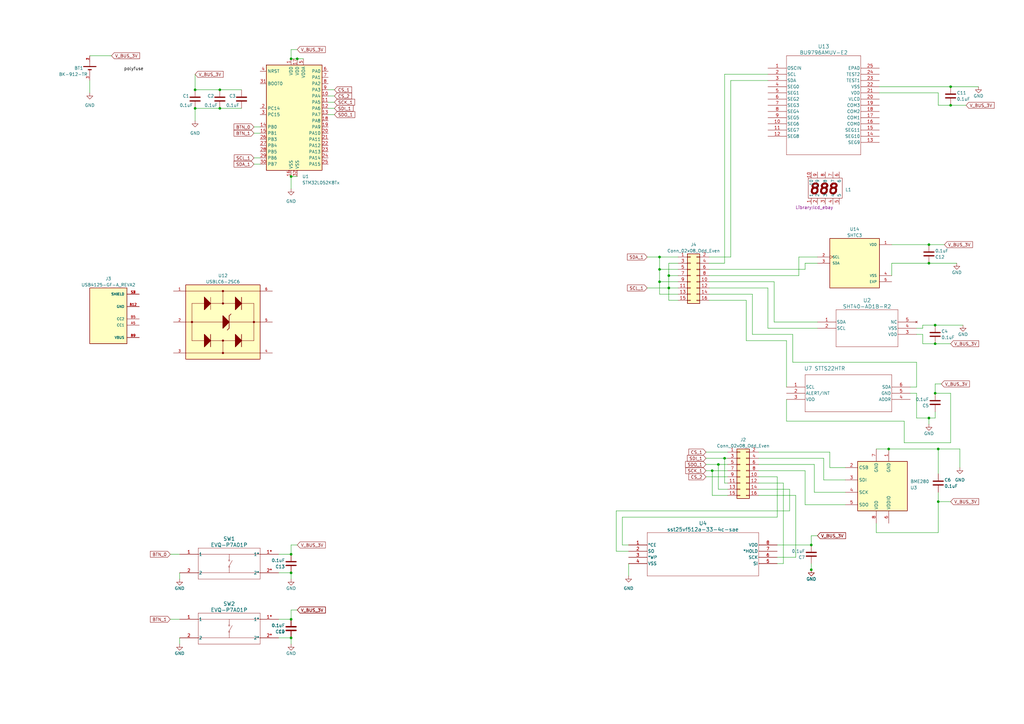
<source format=kicad_sch>
(kicad_sch (version 20230121) (generator eeschema)
  (paper "A3")
  (lib_symbols
    (symbol "BK-912-TR:BK-912-TR" (pin_names (offset 1.016))
      (property "Reference" "BT" (at -1.27 3.175 0))
      (property "Value" "BK-912-TR" (at -1.27 -5.08 0))
      (symbol "BK-912-TR_0_0"
        (polyline (pts (xy -2.54 0) (xy -0.635 0)) (stroke (width 0.1524)))
        (polyline (pts (xy -0.635 0) (xy -0.635 -0.635)) (stroke (width 0.4064)))
        (polyline (pts (xy -0.635 0.635) (xy -0.635 0)) (stroke (width 0.4064)))
        (polyline (pts (xy 0.635 0) (xy 0.635 -2.54)) (stroke (width 0.4064)))
        (polyline (pts (xy 0.635 0) (xy 2.54 0)) (stroke (width 0.1524)))
        (polyline (pts (xy 0.635 2.54) (xy 0.635 0)) (stroke (width 0.4064)))
        (pin passive line (at 5.08 0 180) (length 2.54) (name "~") (number "1"))
        (pin passive line (at 5.08 0 180) (length 2.54) (name "~") (number "2"))
        (pin passive line (at -5.08 0 0) (length 2.54) (name "~") (number "3"))
      )
    )
    (symbol "Connector_Generic:Conn_02x08_Odd_Even" (pin_names (offset 1.016) hide)
      (property "Reference" "J" (at 1.27 10.16 0))
      (property "Value" "Conn_02x08_Odd_Even" (at 1.27 -12.7 0))
      (symbol "Conn_02x08_Odd_Even_1_1"
        (rectangle (start -1.27 -10.033) (end 0 -10.287) (stroke (width 0.1524)))
        (rectangle (start -1.27 -7.493) (end 0 -7.747) (stroke (width 0.1524)))
        (rectangle (start -1.27 -4.953) (end 0 -5.207) (stroke (width 0.1524)))
        (rectangle (start -1.27 -2.413) (end 0 -2.667) (stroke (width 0.1524)))
        (rectangle (start -1.27 0.127) (end 0 -0.127) (stroke (width 0.1524)))
        (rectangle (start -1.27 2.667) (end 0 2.413) (stroke (width 0.1524)))
        (rectangle (start -1.27 5.207) (end 0 4.953) (stroke (width 0.1524)))
        (rectangle (start -1.27 7.747) (end 0 7.493) (stroke (width 0.1524)))
        (rectangle (start -1.27 8.89) (end 3.81 -11.43) (stroke (width 0.254)) (fill (type background)))
        (rectangle (start 3.81 -10.033) (end 2.54 -10.287) (stroke (width 0.1524)))
        (rectangle (start 3.81 -7.493) (end 2.54 -7.747) (stroke (width 0.1524)))
        (rectangle (start 3.81 -4.953) (end 2.54 -5.207) (stroke (width 0.1524)))
        (rectangle (start 3.81 -2.413) (end 2.54 -2.667) (stroke (width 0.1524)))
        (rectangle (start 3.81 0.127) (end 2.54 -0.127) (stroke (width 0.1524)))
        (rectangle (start 3.81 2.667) (end 2.54 2.413) (stroke (width 0.1524)))
        (rectangle (start 3.81 5.207) (end 2.54 4.953) (stroke (width 0.1524)))
        (rectangle (start 3.81 7.747) (end 2.54 7.493) (stroke (width 0.1524)))
        (pin passive line (at -5.08 7.62 0) (length 3.81) (name "Pin_1") (number "1"))
        (pin passive line (at 7.62 -2.54 180) (length 3.81) (name "Pin_10") (number "10"))
        (pin passive line (at -5.08 -5.08 0) (length 3.81) (name "Pin_11") (number "11"))
        (pin passive line (at 7.62 -5.08 180) (length 3.81) (name "Pin_12") (number "12"))
        (pin passive line (at -5.08 -7.62 0) (length 3.81) (name "Pin_13") (number "13"))
        (pin passive line (at 7.62 -7.62 180) (length 3.81) (name "Pin_14") (number "14"))
        (pin passive line (at -5.08 -10.16 0) (length 3.81) (name "Pin_15") (number "15"))
        (pin passive line (at 7.62 -10.16 180) (length 3.81) (name "Pin_16") (number "16"))
        (pin passive line (at 7.62 7.62 180) (length 3.81) (name "Pin_2") (number "2"))
        (pin passive line (at -5.08 5.08 0) (length 3.81) (name "Pin_3") (number "3"))
        (pin passive line (at 7.62 5.08 180) (length 3.81) (name "Pin_4") (number "4"))
        (pin passive line (at -5.08 2.54 0) (length 3.81) (name "Pin_5") (number "5"))
        (pin passive line (at 7.62 2.54 180) (length 3.81) (name "Pin_6") (number "6"))
        (pin passive line (at -5.08 0 0) (length 3.81) (name "Pin_7") (number "7"))
        (pin passive line (at 7.62 0 180) (length 3.81) (name "Pin_8") (number "8"))
        (pin passive line (at -5.08 -2.54 0) (length 3.81) (name "Pin_9") (number "9"))
      )
    )
    (symbol "Device:C" (pin_numbers hide) (pin_names (offset 0.254))
      (property "Reference" "C" (at 0.635 2.54 0))
      (property "Value" "C" (at 0.635 -2.54 0))
      (symbol "C_0_1"
        (polyline (pts (xy -2.032 -0.762) (xy 2.032 -0.762)) (stroke (width 0.508)))
        (polyline (pts (xy -2.032 0.762) (xy 2.032 0.762)) (stroke (width 0.508)))
      )
      (symbol "C_1_1"
        (pin passive line (at 0 3.81 270) (length 2.794) (name "~") (number "1"))
        (pin passive line (at 0 -3.81 90) (length 2.794) (name "~") (number "2"))
      )
    )
    (symbol "MCU_ST_STM32L0:STM32L052K8Tx"
      (property "Reference" "U" (at -12.7 21.59 0))
      (property "Value" "STM32L052K8Tx" (at 5.08 21.59 0))
      (symbol "STM32L052K8Tx_0_1"
        (rectangle (start -12.7 -22.86) (end 10.16 20.32) (stroke (width 0.254)) (fill (type background)))
      )
      (symbol "STM32L052K8Tx_1_1"
        (pin power_in line (at -2.54 22.86 270) (length 2.54) (name "VDD") (number "1"))
        (pin bidirectional line (at 12.7 7.62 180) (length 2.54) (name "PA4") (number "10"))
        (pin bidirectional line (at 12.7 5.08 180) (length 2.54) (name "PA5") (number "11"))
        (pin bidirectional line (at 12.7 2.54 180) (length 2.54) (name "PA6") (number "12"))
        (pin bidirectional line (at 12.7 0 180) (length 2.54) (name "PA7") (number "13"))
        (pin bidirectional line (at -15.24 -5.08 0) (length 2.54) (name "PB0") (number "14"))
        (pin bidirectional line (at -15.24 -7.62 0) (length 2.54) (name "PB1") (number "15"))
        (pin power_in line (at -2.54 -25.4 90) (length 2.54) (name "VSS") (number "16"))
        (pin power_in line (at 0 22.86 270) (length 2.54) (name "VDD") (number "17"))
        (pin bidirectional line (at 12.7 -2.54 180) (length 2.54) (name "PA8") (number "18"))
        (pin bidirectional line (at 12.7 -5.08 180) (length 2.54) (name "PA9") (number "19"))
        (pin bidirectional line (at -15.24 2.54 0) (length 2.54) (name "PC14") (number "2"))
        (pin bidirectional line (at 12.7 -7.62 180) (length 2.54) (name "PA10") (number "20"))
        (pin bidirectional line (at 12.7 -10.16 180) (length 2.54) (name "PA11") (number "21"))
        (pin bidirectional line (at 12.7 -12.7 180) (length 2.54) (name "PA12") (number "22"))
        (pin bidirectional line (at 12.7 -15.24 180) (length 2.54) (name "PA13") (number "23"))
        (pin bidirectional line (at 12.7 -17.78 180) (length 2.54) (name "PA14") (number "24"))
        (pin bidirectional line (at 12.7 -20.32 180) (length 2.54) (name "PA15") (number "25"))
        (pin bidirectional line (at -15.24 -10.16 0) (length 2.54) (name "PB3") (number "26"))
        (pin bidirectional line (at -15.24 -12.7 0) (length 2.54) (name "PB4") (number "27"))
        (pin bidirectional line (at -15.24 -15.24 0) (length 2.54) (name "PB5") (number "28"))
        (pin bidirectional line (at -15.24 -17.78 0) (length 2.54) (name "PB6") (number "29"))
        (pin bidirectional line (at -15.24 0 0) (length 2.54) (name "PC15") (number "3"))
        (pin bidirectional line (at -15.24 -20.32 0) (length 2.54) (name "PB7") (number "30"))
        (pin input line (at -15.24 12.7 0) (length 2.54) (name "BOOT0") (number "31"))
        (pin power_in line (at 0 -25.4 90) (length 2.54) (name "VSS") (number "32"))
        (pin input line (at -15.24 17.78 0) (length 2.54) (name "NRST") (number "4"))
        (pin power_in line (at 2.54 22.86 270) (length 2.54) (name "VDDA") (number "5"))
        (pin bidirectional line (at 12.7 17.78 180) (length 2.54) (name "PA0") (number "6"))
        (pin bidirectional line (at 12.7 15.24 180) (length 2.54) (name "PA1") (number "7"))
        (pin bidirectional line (at 12.7 12.7 180) (length 2.54) (name "PA2") (number "8"))
        (pin bidirectional line (at 12.7 10.16 180) (length 2.54) (name "PA3") (number "9"))
      )
    )
    (symbol "New_Library:LCD_ebay_3_segments"
      (property "Reference" "L" (at -5.08 -1.27 0))
      (symbol "LCD_ebay_3_segments_0_1"
        (rectangle (start -3.81 3.175) (end 10.16 -5.08))
      )
      (symbol "LCD_ebay_3_segments_1_1"
        (text "888" (at 2.54 -1.27 0) (effects (font (size 4 4) bold italic)))
        (pin input line (at -2.54 -7.62 90) (length 2.54) (name "1") (number "1"))
        (pin input line (at -2.54 5.715 270) (length 2.54) (name "10") (number "10"))
        (pin input line (at 0 -7.62 90) (length 2.54) (name "2") (number "2"))
        (pin input line (at 3.175 -7.62 90) (length 2.54) (name "3") (number "3"))
        (pin input line (at 6.35 -7.62 90) (length 2.54) (name "4") (number "4"))
        (pin input line (at 8.89 -7.62 90) (length 2.54) (name "5") (number "5"))
        (pin input line (at 8.89 5.715 270) (length 2.54) (name "6") (number "6"))
        (pin input line (at 6.35 5.715 270) (length 2.54) (name "7") (number "7"))
        (pin input line (at 3.175 5.715 270) (length 2.54) (name "8") (number "8"))
        (pin input line (at 0 5.715 270) (length 2.54) (name "9") (number "9"))
      )
    )
    (symbol "SHT4x_SEN:SHT40-AD1B-R2" (pin_names (offset 0.254))
      (property "Reference" "U2" (at 20.32 8.89 0))
      (property "Value" "SHT40-AD1B-R2" (at 20.32 6.35 0))
      (symbol "SHT40-AD1B-R2_0_1"
        (polyline (pts (xy 7.62 -10.16) (xy 33.02 -10.16)) (stroke (width 0.127)))
        (polyline (pts (xy 7.62 5.08) (xy 7.62 -10.16)) (stroke (width 0.127)))
        (polyline (pts (xy 33.02 -10.16) (xy 33.02 5.08)) (stroke (width 0.127)))
        (polyline (pts (xy 33.02 5.08) (xy 7.62 5.08)) (stroke (width 0.127)))
        (pin bidirectional line (at 0 0 0) (length 7.62) (name "SDA") (number "1"))
        (pin input line (at 0 -2.54 0) (length 7.62) (name "SCL") (number "2"))
        (pin power_in line (at 40.64 -5.08 180) (length 7.62) (name "VDD") (number "3"))
        (pin power_out line (at 40.64 -2.54 180) (length 7.62) (name "VSS") (number "4"))
        (pin no_connect line (at 40.64 0 180) (length 7.62) (name "NC") (number "5"))
      )
    )
    (symbol "SHTC3:SHTC3" (pin_names (offset 1.016))
      (property "Reference" "U" (at -10.16 12.7 0))
      (property "Value" "SHTC3" (at -10.16 -12.7 0))
      (symbol "SHTC3_0_0"
        (rectangle (start -10.16 -10.16) (end 10.16 10.16) (stroke (width 0.254)) (fill (type background)))
        (pin power_in line (at 15.24 7.62 180) (length 5.08) (name "VDD") (number "1"))
        (pin bidirectional clock (at -15.24 2.54 0) (length 5.08) (name "SCL") (number "2"))
        (pin bidirectional line (at -15.24 0 0) (length 5.08) (name "SDA") (number "3"))
        (pin power_in line (at 15.24 -5.08 180) (length 5.08) (name "VSS") (number "4"))
        (pin power_in line (at 15.24 -7.62 180) (length 5.08) (name "EXP") (number "5"))
      )
    )
    (symbol "STTS22HTR:STTS22HTR" (pin_names (offset 0.254))
      (property "Reference" "U" (at 25.4 10.16 0))
      (property "Value" "STTS22HTR" (at 25.4 7.62 0))
      (symbol "STTS22HTR_0_1"
        (polyline (pts (xy 7.62 -10.16) (xy 43.18 -10.16)) (stroke (width 0.127)))
        (polyline (pts (xy 7.62 5.08) (xy 7.62 -10.16)) (stroke (width 0.127)))
        (polyline (pts (xy 43.18 -10.16) (xy 43.18 5.08)) (stroke (width 0.127)))
        (polyline (pts (xy 43.18 5.08) (xy 7.62 5.08)) (stroke (width 0.127)))
        (pin unspecified line (at 0 0 0) (length 7.62) (name "SCL") (number "1"))
        (pin output line (at 0 -2.54 0) (length 7.62) (name "ALERT/INT") (number "2"))
        (pin power_in line (at 0 -5.08 0) (length 7.62) (name "VDD") (number "3"))
        (pin unspecified line (at 50.8 -5.08 180) (length 7.62) (name "ADDR") (number "4"))
        (pin power_out line (at 50.8 -2.54 180) (length 7.62) (name "GND") (number "5"))
        (pin unspecified line (at 50.8 0 180) (length 7.62) (name "SDA") (number "6"))
      )
    )
    (symbol "Sensor:BME280"
      (property "Reference" "U" (at -8.89 11.43 0))
      (property "Value" "BME280" (at 7.62 11.43 0))
      (symbol "BME280_0_1"
        (rectangle (start -10.16 10.16) (end 10.16 -10.16) (stroke (width 0.254)) (fill (type background)))
      )
      (symbol "BME280_1_1"
        (pin power_in line (at -2.54 -15.24 90) (length 5.08) (name "GND") (number "1"))
        (pin input line (at 15.24 -7.62 180) (length 5.08) (name "CSB") (number "2"))
        (pin bidirectional line (at 15.24 -2.54 180) (length 5.08) (name "SDI") (number "3"))
        (pin input line (at 15.24 2.54 180) (length 5.08) (name "SCK") (number "4"))
        (pin bidirectional line (at 15.24 7.62 180) (length 5.08) (name "SDO") (number "5"))
        (pin power_in line (at -2.54 15.24 270) (length 5.08) (name "VDDIO") (number "6"))
        (pin power_in line (at 2.54 -15.24 90) (length 5.08) (name "GND") (number "7"))
        (pin power_in line (at 2.54 15.24 270) (length 5.08) (name "VDD") (number "8"))
      )
    )
    (symbol "buttons evq:EVQ-P7A01P" (pin_names (offset 0.254))
      (property "Reference" "SW" (at 20.32 7.62 0))
      (property "Value" "EVQ-P7A01P" (at 20.32 5.08 0))
      (symbol "EVQ-P7A01P_0_1"
        (polyline (pts (xy 7.62 -10.16) (xy 33.02 -10.16)) (stroke (width 0.127)))
        (polyline (pts (xy 7.62 -7.62) (xy 33.02 -7.62)) (stroke (width 0.127)))
        (polyline (pts (xy 7.62 0) (xy 33.02 0)) (stroke (width 0.127)))
        (polyline (pts (xy 7.62 2.54) (xy 7.62 -10.16)) (stroke (width 0.127)))
        (polyline (pts (xy 20.32 -7.62) (xy 20.32 -5.334)) (stroke (width 0.127)))
        (polyline (pts (xy 20.32 -4.826) (xy 21.59 -2.54)) (stroke (width 0.127)))
        (polyline (pts (xy 20.32 0) (xy 20.32 -2.286)) (stroke (width 0.127)))
        (polyline (pts (xy 33.02 -10.16) (xy 33.02 2.54)) (stroke (width 0.127)))
        (polyline (pts (xy 33.02 2.54) (xy 7.62 2.54)) (stroke (width 0.127)))
        (circle (center 20.32 -5.08) (radius 0.254) (stroke (width 0.127)))
        (circle (center 20.32 -2.54) (radius 0.254) (stroke (width 0.127)))
        (pin unspecified line (at 0 0 0) (length 7.62) (name "1") (number "1"))
        (pin unspecified line (at 40.64 0 180) (length 7.62) (name "1*") (number "1*"))
        (pin unspecified line (at 0 -7.62 0) (length 7.62) (name "2") (number "2"))
        (pin unspecified line (at 40.64 -7.62 180) (length 7.62) (name "2*") (number "2*"))
      )
    )
    (symbol "lcd driver:BU9796AMUV-E2" (pin_names (offset 0.254))
      (property "Reference" "U" (at 22.86 10.16 0))
      (property "Value" "BU9796AMUV-E2" (at 22.86 7.62 0))
      (symbol "BU9796AMUV-E2_0_1"
        (polyline (pts (xy 7.62 -35.56) (xy 38.1 -35.56)) (stroke (width 0.127)))
        (polyline (pts (xy 7.62 5.08) (xy 7.62 -35.56)) (stroke (width 0.127)))
        (polyline (pts (xy 38.1 -35.56) (xy 38.1 5.08)) (stroke (width 0.127)))
        (polyline (pts (xy 38.1 5.08) (xy 7.62 5.08)) (stroke (width 0.127)))
        (pin unspecified line (at 0 0 0) (length 7.62) (name "OSCIN") (number "1"))
        (pin bidirectional line (at 0 -22.86 0) (length 7.62) (name "SEG6") (number "10"))
        (pin bidirectional line (at 0 -25.4 0) (length 7.62) (name "SEG7") (number "11"))
        (pin bidirectional line (at 0 -27.94 0) (length 7.62) (name "SEG8") (number "12"))
        (pin bidirectional line (at 45.72 -30.48 180) (length 7.62) (name "SEG9") (number "13"))
        (pin bidirectional line (at 45.72 -27.94 180) (length 7.62) (name "SEG10") (number "14"))
        (pin bidirectional line (at 45.72 -25.4 180) (length 7.62) (name "SEG11") (number "15"))
        (pin bidirectional line (at 45.72 -22.86 180) (length 7.62) (name "COM0") (number "16"))
        (pin bidirectional line (at 45.72 -20.32 180) (length 7.62) (name "COM1") (number "17"))
        (pin bidirectional line (at 45.72 -17.78 180) (length 7.62) (name "COM2") (number "18"))
        (pin bidirectional line (at 45.72 -15.24 180) (length 7.62) (name "COM3") (number "19"))
        (pin unspecified line (at 0 -2.54 0) (length 7.62) (name "SCL") (number "2"))
        (pin unspecified line (at 45.72 -12.7 180) (length 7.62) (name "VLCD") (number "20"))
        (pin power_in line (at 45.72 -10.16 180) (length 7.62) (name "VDD") (number "21"))
        (pin power_out line (at 45.72 -7.62 180) (length 7.62) (name "VSS") (number "22"))
        (pin bidirectional line (at 45.72 -5.08 180) (length 7.62) (name "TEST1") (number "23"))
        (pin bidirectional line (at 45.72 -2.54 180) (length 7.62) (name "TEST2") (number "24"))
        (pin unspecified line (at 45.72 0 180) (length 7.62) (name "EPAD") (number "25"))
        (pin unspecified line (at 0 -5.08 0) (length 7.62) (name "SDA") (number "3"))
        (pin bidirectional line (at 0 -7.62 0) (length 7.62) (name "SEG0") (number "4"))
        (pin bidirectional line (at 0 -10.16 0) (length 7.62) (name "SEG1") (number "5"))
        (pin bidirectional line (at 0 -12.7 0) (length 7.62) (name "SEG2") (number "6"))
        (pin bidirectional line (at 0 -15.24 0) (length 7.62) (name "SEG3") (number "7"))
        (pin bidirectional line (at 0 -17.78 0) (length 7.62) (name "SEG4") (number "8"))
        (pin bidirectional line (at 0 -20.32 0) (length 7.62) (name "SEG5") (number "9"))
      )
    )
    (symbol "power:GND" (power) (pin_names (offset 0))
      (property "Value" "GND" (at 0 -3.81 0))
      (symbol "GND_0_1"
        (polyline (pts (xy 0 0) (xy 0 -1.27) (xy 1.27 -1.27) (xy 0 -2.54) (xy -1.27 -1.27) (xy 0 -1.27)))
      )
      (symbol "GND_1_1"
        (pin power_in line (at 0 0 270) (length 0) hide (name "GND") (number "1"))
      )
    )
    (symbol "sst25vf512a-33-4c-sae:sst25vf512a-33-4c-sae" (pin_names (offset 0.254))
      (property "Reference" "U" (at 30.48 10.16 0))
      (property "Value" "sst25vf512a-33-4c-sae" (at 30.48 7.62 0))
      (symbol "sst25vf512a-33-4c-sae_0_1"
        (polyline (pts (xy 7.62 -12.7) (xy 53.34 -12.7)) (stroke (width 0.127)))
        (polyline (pts (xy 7.62 5.08) (xy 7.62 -12.7)) (stroke (width 0.127)))
        (polyline (pts (xy 53.34 -12.7) (xy 53.34 5.08)) (stroke (width 0.127)))
        (polyline (pts (xy 53.34 5.08) (xy 7.62 5.08)) (stroke (width 0.127)))
        (pin input line (at 0 0 0) (length 7.62) (name "*CE") (number "1"))
        (pin output line (at 0 -2.54 0) (length 7.62) (name "SO") (number "2"))
        (pin input line (at 0 -5.08 0) (length 7.62) (name "*WP") (number "3"))
        (pin power_in line (at 0 -7.62 0) (length 7.62) (name "VSS") (number "4"))
        (pin input line (at 60.96 -7.62 180) (length 7.62) (name "SI") (number "5"))
        (pin input line (at 60.96 -5.08 180) (length 7.62) (name "SCK") (number "6"))
        (pin input line (at 60.96 -2.54 180) (length 7.62) (name "*HOLD") (number "7"))
        (pin power_in line (at 60.96 0 180) (length 7.62) (name "VDD") (number "8"))
      )
    )
    (symbol "tvs:USBLC6-2SC6" (pin_names (offset 1.016))
      (property "Reference" "U" (at -15.2693 17.8093 0))
      (property "Value" "USBLC6-2SC6" (at -15.2559 -17.7959 0))
      (symbol "USBLC6-2SC6_0_0"
        (rectangle (start -15.24 -15.24) (end 15.24 15.24) (stroke (width 0.254)) (fill (type background)))
        (circle (center -12.7 0) (radius 0.254) (stroke (width 0.381)))
        (circle (center 0 -12.7) (radius 0.254) (stroke (width 0.381)))
        (circle (center 0 -7.62) (radius 0.254) (stroke (width 0.381)))
        (polyline (pts (xy -15.24 -12.7) (xy 0 -12.7)) (stroke (width 0.1524)))
        (polyline (pts (xy -15.24 12.7) (xy 0 12.7)) (stroke (width 0.1524)))
        (polyline (pts (xy -12.7 -7.62) (xy -7.62 -7.62)) (stroke (width 0.1524)))
        (polyline (pts (xy -12.7 0) (xy -15.24 0)) (stroke (width 0.1524)))
        (polyline (pts (xy -12.7 0) (xy -12.7 -7.62)) (stroke (width 0.1524)))
        (polyline (pts (xy -12.7 0) (xy 0 0)) (stroke (width 0.1524)))
        (polyline (pts (xy -12.7 7.62) (xy -12.7 0)) (stroke (width 0.1524)))
        (polyline (pts (xy -12.7 7.62) (xy -7.62 7.62)) (stroke (width 0.1524)))
        (polyline (pts (xy -7.62 -10.16) (xy -7.62 -7.62)) (stroke (width 0.254)))
        (polyline (pts (xy -7.62 -7.62) (xy -7.62 -5.08)) (stroke (width 0.254)))
        (polyline (pts (xy -7.62 -5.08) (xy -5.08 -7.62)) (stroke (width 0.254)))
        (polyline (pts (xy -7.62 5.08) (xy -7.62 7.62)) (stroke (width 0.254)))
        (polyline (pts (xy -7.62 7.62) (xy -7.62 10.16)) (stroke (width 0.254)))
        (polyline (pts (xy -7.62 10.16) (xy -5.08 7.62)) (stroke (width 0.254)))
        (polyline (pts (xy -5.08 -7.62) (xy -7.62 -10.16)) (stroke (width 0.254)))
        (polyline (pts (xy -5.08 -7.62) (xy -5.08 -10.16)) (stroke (width 0.254)))
        (polyline (pts (xy -5.08 -7.62) (xy 0 -7.62)) (stroke (width 0.1524)))
        (polyline (pts (xy -5.08 -5.08) (xy -5.08 -7.62)) (stroke (width 0.254)))
        (polyline (pts (xy -5.08 7.62) (xy -7.62 5.08)) (stroke (width 0.254)))
        (polyline (pts (xy -5.08 7.62) (xy -5.08 5.08)) (stroke (width 0.1524)))
        (polyline (pts (xy -5.08 7.62) (xy 0 7.62)) (stroke (width 0.1524)))
        (polyline (pts (xy -5.08 10.16) (xy -5.08 7.62)) (stroke (width 0.1524)))
        (polyline (pts (xy 0 -7.62) (xy 0 -12.7)) (stroke (width 0.1524)))
        (polyline (pts (xy 0 -7.62) (xy 5.08 -7.62)) (stroke (width 0.1524)))
        (polyline (pts (xy 0 -2.54) (xy 0 0)) (stroke (width 0.254)))
        (polyline (pts (xy 0 0) (xy 0 2.54)) (stroke (width 0.254)))
        (polyline (pts (xy 0 2.54) (xy 2.54 0)) (stroke (width 0.254)))
        (polyline (pts (xy 0 7.62) (xy 0 12.7)) (stroke (width 0.1524)))
        (polyline (pts (xy 0 7.62) (xy 5.08 7.62)) (stroke (width 0.1524)))
        (polyline (pts (xy 0 12.7) (xy 15.24 12.7)) (stroke (width 0.1524)))
        (polyline (pts (xy 2.54 -2.54) (xy 1.778 -3.302)) (stroke (width 0.254)))
        (polyline (pts (xy 2.54 0) (xy 0 -2.54)) (stroke (width 0.254)))
        (polyline (pts (xy 2.54 0) (xy 12.7 0)) (stroke (width 0.1524)))
        (polyline (pts (xy 2.54 2.54) (xy 2.54 -2.54)) (stroke (width 0.254)))
        (polyline (pts (xy 2.54 2.54) (xy 3.302 3.302)) (stroke (width 0.254)))
        (polyline (pts (xy 5.08 -10.16) (xy 5.08 -7.62)) (stroke (width 0.254)))
        (polyline (pts (xy 5.08 -7.62) (xy 5.08 -5.08)) (stroke (width 0.254)))
        (polyline (pts (xy 5.08 -5.08) (xy 7.62 -7.62)) (stroke (width 0.254)))
        (polyline (pts (xy 5.08 5.08) (xy 5.08 7.62)) (stroke (width 0.254)))
        (polyline (pts (xy 5.08 7.62) (xy 5.08 10.16)) (stroke (width 0.254)))
        (polyline (pts (xy 5.08 10.16) (xy 7.62 7.62)) (stroke (width 0.254)))
        (polyline (pts (xy 7.62 -7.62) (xy 5.08 -10.16)) (stroke (width 0.254)))
        (polyline (pts (xy 7.62 -7.62) (xy 7.62 -10.16)) (stroke (width 0.254)))
        (polyline (pts (xy 7.62 -7.62) (xy 12.7 -7.62)) (stroke (width 0.1524)))
        (polyline (pts (xy 7.62 -5.08) (xy 7.62 -7.62)) (stroke (width 0.254)))
        (polyline (pts (xy 7.62 7.62) (xy 5.08 5.08)) (stroke (width 0.254)))
        (polyline (pts (xy 7.62 7.62) (xy 7.62 5.08)) (stroke (width 0.254)))
        (polyline (pts (xy 7.62 7.62) (xy 12.7 7.62)) (stroke (width 0.1524)))
        (polyline (pts (xy 7.62 10.16) (xy 7.62 7.62)) (stroke (width 0.254)))
        (polyline (pts (xy 12.7 0) (xy 12.7 -7.62)) (stroke (width 0.1524)))
        (polyline (pts (xy 12.7 0) (xy 15.24 0)) (stroke (width 0.1524)))
        (polyline (pts (xy 12.7 7.62) (xy 12.7 0)) (stroke (width 0.1524)))
        (polyline (pts (xy 15.24 -12.7) (xy 0 -12.7)) (stroke (width 0.1524)))
        (polyline (pts (xy -7.62 -5.08) (xy -7.62 -10.16) (xy -5.08 -7.62) (xy -7.62 -5.08)) (stroke (width 0.254)) (fill (type outline)))
        (polyline (pts (xy -7.62 10.16) (xy -7.62 5.08) (xy -5.08 7.62) (xy -7.62 10.16)) (stroke (width 0.254)) (fill (type outline)))
        (polyline (pts (xy 0 2.54) (xy 0 -2.54) (xy 2.54 0) (xy 0 2.54)) (stroke (width 0.254)) (fill (type outline)))
        (polyline (pts (xy 5.08 -5.08) (xy 5.08 -10.16) (xy 7.62 -7.62) (xy 5.08 -5.08)) (stroke (width 0.254)) (fill (type outline)))
        (polyline (pts (xy 5.08 10.16) (xy 5.08 5.08) (xy 7.62 7.62) (xy 5.08 10.16)) (stroke (width 0.254)) (fill (type outline)))
        (circle (center 0 7.62) (radius 0.254) (stroke (width 0.381)))
        (circle (center 0 12.7) (radius 0.254) (stroke (width 0.381)))
        (circle (center 12.7 0) (radius 0.254) (stroke (width 0.381)))
        (pin bidirectional line (at -20.32 12.7 0) (length 5.08) (name "~") (number "1"))
        (pin power_in line (at -20.32 0 0) (length 5.08) (name "~") (number "2"))
        (pin bidirectional line (at -20.32 -12.7 0) (length 5.08) (name "~") (number "3"))
        (pin bidirectional line (at 20.32 -12.7 180) (length 5.08) (name "~") (number "4"))
        (pin power_in line (at 20.32 0 180) (length 5.08) (name "~") (number "5"))
        (pin bidirectional line (at 20.32 12.7 180) (length 5.08) (name "~") (number "6"))
      )
    )
    (symbol "usb_CONN:USB4125-GF-A_REVA2" (pin_names (offset 1.016))
      (property "Reference" "J" (at -7.62 10.922 0))
      (property "Value" "USB4125-GF-A_REVA2" (at -7.62 -13.462 0))
      (symbol "USB4125-GF-A_REVA2_0_0"
        (rectangle (start -7.62 -12.7) (end 7.62 10.16) (stroke (width 0.254)) (fill (type background)))
        (pin power_in line (at -12.7 -5.08 0) (length 5.08) (name "GND") (number "A12"))
        (pin bidirectional line (at -12.7 2.54 0) (length 5.08) (name "CC1") (number "A5"))
        (pin power_in line (at -12.7 7.62 0) (length 5.08) (name "VBUS") (number "A9"))
        (pin power_in line (at -12.7 -5.08 0) (length 5.08) (name "GND") (number "B12"))
        (pin bidirectional line (at -12.7 0 0) (length 5.08) (name "CC2") (number "B5"))
        (pin power_in line (at -12.7 7.62 0) (length 5.08) (name "VBUS") (number "B9"))
        (pin passive line (at -12.7 -10.16 0) (length 5.08) (name "SHIELD") (number "S1"))
        (pin passive line (at -12.7 -10.16 0) (length 5.08) (name "SHIELD") (number "S2"))
        (pin passive line (at -12.7 -10.16 0) (length 5.08) (name "SHIELD") (number "S3"))
        (pin passive line (at -12.7 -10.16 0) (length 5.08) (name "SHIELD") (number "S4"))
      )
    )
  )
  (junction (at 332.74 233.68))
  (junction (at 270.51 110.49))
  (junction (at 90.17 44.45))
  (junction (at 389.89 43.18))
  (junction (at 381 107.95))
  (junction (at 119.38 24.13))
  (junction (at 381 100.33))
  (junction (at 297.18 187.96))
  (junction (at 274.32 118.11))
  (junction (at 119.38 254))
  (junction (at 383.54 161.29))
  (junction (at 381 171.45))
  (junction (at 270.51 105.41))
  (junction (at 90.17 36.83))
  (junction (at 119.38 234.95))
  (junction (at 119.38 261.62))
  (junction (at 119.38 227.33))
  (junction (at 383.54 140.97))
  (junction (at 383.54 133.35))
  (junction (at 332.74 223.52))
  (junction (at 384.81 205.74))
  (junction (at 292.1 193.04))
  (junction (at 389.89 35.56))
  (junction (at 294.64 190.5))
  (junction (at 80.01 44.45))
  (junction (at 80.01 36.83))
  (junction (at 270.51 115.57))
  (junction (at 119.38 72.39))
  (junction (at 121.92 24.13))
  (junction (at 364.49 184.15))
  (junction (at 274.32 113.03))
  (junction (at 384.81 184.15))
  (wire (pts (xy 297.18 187.96) (xy 298.45 187.96)))
  (wire (pts (xy 359.41 214.63) (xy 359.41 218.44)))
  (wire (pts (xy 370.84 172.72) (xy 370.84 181.61)))
  (wire (pts (xy 308.61 137.16) (xy 308.61 120.65)))
  (wire (pts (xy 121.92 20.32) (xy 119.38 20.32)))
  (wire (pts (xy 365.76 100.33) (xy 381 100.33)))
  (wire (pts (xy 270.51 105.41) (xy 278.13 105.41)))
  (wire (pts (xy 308.61 137.16) (xy 325.12 137.16)))
  (wire (pts (xy 270.51 115.57) (xy 278.13 115.57)))
  (wire (pts (xy 389.89 161.29) (xy 389.89 181.61)))
  (wire (pts (xy 278.13 113.03) (xy 274.32 113.03)))
  (wire (pts (xy 387.35 100.33) (xy 381 100.33)))
  (wire (pts (xy 80.01 30.48) (xy 80.01 36.83)))
  (wire (pts (xy 332.74 231.14) (xy 332.74 233.68)))
  (wire (pts (xy 381 171.45) (xy 381 173.99)))
  (wire (pts (xy 311.15 187.96) (xy 337.82 187.96)))
  (wire (pts (xy 365.76 107.95) (xy 365.76 113.03)))
  (wire (pts (xy 294.64 190.5) (xy 298.45 190.5)))
  (wire (pts (xy 314.96 118.11) (xy 290.83 118.11)))
  (wire (pts (xy 114.3 254) (xy 119.38 254)))
  (wire (pts (xy 365.76 107.95) (xy 381 107.95)))
  (wire (pts (xy 297.18 107.95) (xy 297.18 30.48)))
  (wire (pts (xy 274.32 118.11) (xy 278.13 118.11)))
  (wire (pts (xy 335.28 219.71) (xy 332.74 219.71)))
  (wire (pts (xy 119.38 223.52) (xy 119.38 227.33)))
  (wire (pts (xy 134.62 44.45) (xy 137.16 44.45)))
  (wire (pts (xy 370.84 181.61) (xy 389.89 181.61)))
  (wire (pts (xy 299.72 105.41) (xy 290.83 105.41)))
  (wire (pts (xy 306.07 123.19) (xy 290.83 123.19)))
  (wire (pts (xy 252.73 226.06) (xy 252.73 209.55)))
  (wire (pts (xy 326.39 203.2) (xy 326.39 228.6)))
  (wire (pts (xy 278.13 107.95) (xy 274.32 107.95)))
  (wire (pts (xy 252.73 209.55) (xy 323.85 209.55)))
  (wire (pts (xy 340.36 191.77) (xy 346.71 191.77)))
  (wire (pts (xy 73.66 261.62) (xy 73.66 264.16)))
  (wire (pts (xy 134.62 36.83) (xy 137.16 36.83)))
  (wire (pts (xy 360.68 35.56) (xy 389.89 35.56)))
  (wire (pts (xy 381 107.95) (xy 392.43 107.95)))
  (wire (pts (xy 297.18 198.12) (xy 297.18 187.96)))
  (wire (pts (xy 119.38 250.19) (xy 119.38 254)))
  (wire (pts (xy 317.5 115.57) (xy 290.83 115.57)))
  (wire (pts (xy 80.01 44.45) (xy 80.01 49.53)))
  (wire (pts (xy 114.3 261.62) (xy 119.38 261.62)))
  (wire (pts (xy 270.51 110.49) (xy 270.51 115.57)))
  (wire (pts (xy 321.31 198.12) (xy 321.31 231.14)))
  (wire (pts (xy 384.81 184.15) (xy 364.49 184.15)))
  (wire (pts (xy 298.45 200.66) (xy 294.64 200.66)))
  (wire (pts (xy 384.81 38.1) (xy 384.81 43.18)))
  (wire (pts (xy 114.3 234.95) (xy 119.38 234.95)))
  (wire (pts (xy 378.46 137.16) (xy 378.46 140.97)))
  (wire (pts (xy 36.83 22.86) (xy 45.72 22.86)))
  (wire (pts (xy 255.27 212.09) (xy 318.77 212.09)))
  (wire (pts (xy 311.15 198.12) (xy 321.31 198.12)))
  (wire (pts (xy 384.81 184.15) (xy 384.81 194.31)))
  (wire (pts (xy 290.83 107.95) (xy 297.18 107.95)))
  (wire (pts (xy 294.64 190.5) (xy 294.64 200.66)))
  (wire (pts (xy 327.66 105.41) (xy 327.66 113.03)))
  (wire (pts (xy 375.92 158.75) (xy 375.92 148.59)))
  (wire (pts (xy 270.51 115.57) (xy 270.51 120.65)))
  (wire (pts (xy 80.01 36.83) (xy 90.17 36.83)))
  (wire (pts (xy 257.81 226.06) (xy 252.73 226.06)))
  (wire (pts (xy 104.14 67.31) (xy 106.68 67.31)))
  (wire (pts (xy 364.49 184.15) (xy 359.41 184.15)))
  (wire (pts (xy 389.89 35.56) (xy 401.32 35.56)))
  (wire (pts (xy 332.74 219.71) (xy 332.74 223.52)))
  (wire (pts (xy 373.38 161.29) (xy 375.92 161.29)))
  (wire (pts (xy 393.7 184.15) (xy 393.7 191.77)))
  (wire (pts (xy 337.82 196.85) (xy 346.71 196.85)))
  (wire (pts (xy 289.56 193.04) (xy 292.1 193.04)))
  (wire (pts (xy 80.01 44.45) (xy 90.17 44.45)))
  (wire (pts (xy 389.89 140.97) (xy 383.54 140.97)))
  (wire (pts (xy 119.38 234.95) (xy 119.38 237.49)))
  (wire (pts (xy 318.77 228.6) (xy 326.39 228.6)))
  (wire (pts (xy 104.14 54.61) (xy 106.68 54.61)))
  (wire (pts (xy 289.56 187.96) (xy 297.18 187.96)))
  (wire (pts (xy 69.85 227.33) (xy 73.66 227.33)))
  (wire (pts (xy 325.12 148.59) (xy 375.92 148.59)))
  (wire (pts (xy 69.85 254) (xy 73.66 254)))
  (wire (pts (xy 134.62 39.37) (xy 137.16 39.37)))
  (wire (pts (xy 375.92 134.62) (xy 378.46 134.62)))
  (wire (pts (xy 360.68 38.1) (xy 384.81 38.1)))
  (wire (pts (xy 330.2 110.49) (xy 330.2 107.95)))
  (wire (pts (xy 334.01 201.93) (xy 334.01 190.5)))
  (wire (pts (xy 36.83 33.02) (xy 36.83 38.1)))
  (wire (pts (xy 270.51 105.41) (xy 270.51 110.49)))
  (wire (pts (xy 383.54 171.45) (xy 381 171.45)))
  (wire (pts (xy 73.66 234.95) (xy 73.66 237.49)))
  (wire (pts (xy 317.5 132.08) (xy 317.5 115.57)))
  (wire (pts (xy 292.1 193.04) (xy 292.1 203.2)))
  (wire (pts (xy 337.82 187.96) (xy 337.82 196.85)))
  (wire (pts (xy 322.58 172.72) (xy 370.84 172.72)))
  (wire (pts (xy 389.89 205.74) (xy 384.81 205.74)))
  (wire (pts (xy 278.13 123.19) (xy 274.32 123.19)))
  (wire (pts (xy 306.07 139.7) (xy 322.58 139.7)))
  (wire (pts (xy 308.61 120.65) (xy 290.83 120.65)))
  (wire (pts (xy 90.17 44.45) (xy 99.06 44.45)))
  (wire (pts (xy 306.07 139.7) (xy 306.07 123.19)))
  (wire (pts (xy 121.92 24.13) (xy 124.46 24.13)))
  (wire (pts (xy 323.85 209.55) (xy 323.85 200.66)))
  (wire (pts (xy 330.2 207.01) (xy 346.71 207.01)))
  (wire (pts (xy 134.62 46.99) (xy 137.16 46.99)))
  (wire (pts (xy 340.36 185.42) (xy 340.36 191.77)))
  (wire (pts (xy 384.81 184.15) (xy 393.7 184.15)))
  (wire (pts (xy 318.77 195.58) (xy 311.15 195.58)))
  (wire (pts (xy 384.81 43.18) (xy 389.89 43.18)))
  (wire (pts (xy 270.51 110.49) (xy 278.13 110.49)))
  (wire (pts (xy 383.54 168.91) (xy 383.54 171.45)))
  (wire (pts (xy 322.58 172.72) (xy 322.58 163.83)))
  (wire (pts (xy 326.39 203.2) (xy 311.15 203.2)))
  (wire (pts (xy 119.38 72.39) (xy 121.92 72.39)))
  (wire (pts (xy 384.81 218.44) (xy 384.81 205.74)))
  (wire (pts (xy 386.08 157.48) (xy 383.54 157.48)))
  (wire (pts (xy 383.54 133.35) (xy 394.97 133.35)))
  (wire (pts (xy 378.46 134.62) (xy 378.46 133.35)))
  (wire (pts (xy 265.43 118.11) (xy 274.32 118.11)))
  (wire (pts (xy 359.41 218.44) (xy 384.81 218.44)))
  (wire (pts (xy 274.32 107.95) (xy 274.32 113.03)))
  (wire (pts (xy 290.83 110.49) (xy 330.2 110.49)))
  (wire (pts (xy 311.15 193.04) (xy 330.2 193.04)))
  (wire (pts (xy 375.92 171.45) (xy 381 171.45)))
  (wire (pts (xy 119.38 72.39) (xy 119.38 77.47)))
  (wire (pts (xy 384.81 205.74) (xy 384.81 201.93)))
  (wire (pts (xy 383.54 157.48) (xy 383.54 161.29)))
  (wire (pts (xy 383.54 161.29) (xy 389.89 161.29)))
  (wire (pts (xy 375.92 158.75) (xy 373.38 158.75)))
  (wire (pts (xy 314.96 134.62) (xy 335.28 134.62)))
  (wire (pts (xy 134.62 41.91) (xy 137.16 41.91)))
  (wire (pts (xy 378.46 140.97) (xy 383.54 140.97)))
  (wire (pts (xy 346.71 201.93) (xy 334.01 201.93)))
  (wire (pts (xy 255.27 223.52) (xy 255.27 212.09)))
  (wire (pts (xy 325.12 137.16) (xy 325.12 148.59)))
  (wire (pts (xy 114.3 227.33) (xy 119.38 227.33)))
  (wire (pts (xy 335.28 105.41) (xy 327.66 105.41)))
  (wire (pts (xy 311.15 200.66) (xy 323.85 200.66)))
  (wire (pts (xy 270.51 120.65) (xy 278.13 120.65)))
  (wire (pts (xy 257.81 231.14) (xy 257.81 236.22)))
  (wire (pts (xy 104.14 64.77) (xy 106.68 64.77)))
  (wire (pts (xy 298.45 203.2) (xy 292.1 203.2)))
  (wire (pts (xy 299.72 33.02) (xy 299.72 105.41)))
  (wire (pts (xy 289.56 185.42) (xy 298.45 185.42)))
  (wire (pts (xy 274.32 118.11) (xy 274.32 123.19)))
  (wire (pts (xy 318.77 212.09) (xy 318.77 195.58)))
  (wire (pts (xy 121.92 250.19) (xy 119.38 250.19)))
  (wire (pts (xy 265.43 105.41) (xy 270.51 105.41)))
  (wire (pts (xy 330.2 107.95) (xy 335.28 107.95)))
  (wire (pts (xy 327.66 113.03) (xy 290.83 113.03)))
  (wire (pts (xy 121.92 223.52) (xy 119.38 223.52)))
  (wire (pts (xy 314.96 134.62) (xy 314.96 118.11)))
  (wire (pts (xy 292.1 193.04) (xy 298.45 193.04)))
  (wire (pts (xy 330.2 193.04) (xy 330.2 207.01)))
  (wire (pts (xy 317.5 132.08) (xy 335.28 132.08)))
  (wire (pts (xy 375.92 161.29) (xy 375.92 171.45)))
  (wire (pts (xy 311.15 190.5) (xy 334.01 190.5)))
  (wire (pts (xy 378.46 133.35) (xy 383.54 133.35)))
  (wire (pts (xy 289.56 195.58) (xy 298.45 195.58)))
  (wire (pts (xy 298.45 198.12) (xy 297.18 198.12)))
  (wire (pts (xy 257.81 223.52) (xy 255.27 223.52)))
  (wire (pts (xy 119.38 261.62) (xy 119.38 264.16)))
  (wire (pts (xy 311.15 185.42) (xy 340.36 185.42)))
  (wire (pts (xy 119.38 20.32) (xy 119.38 24.13)))
  (wire (pts (xy 314.96 33.02) (xy 299.72 33.02)))
  (wire (pts (xy 321.31 231.14) (xy 318.77 231.14)))
  (wire (pts (xy 274.32 113.03) (xy 274.32 118.11)))
  (wire (pts (xy 297.18 30.48) (xy 314.96 30.48)))
  (wire (pts (xy 104.14 52.07) (xy 106.68 52.07)))
  (wire (pts (xy 322.58 139.7) (xy 322.58 158.75)))
  (wire (pts (xy 90.17 36.83) (xy 99.06 36.83)))
  (wire (pts (xy 318.77 223.52) (xy 332.74 223.52)))
  (wire (pts (xy 119.38 24.13) (xy 121.92 24.13)))
  (wire (pts (xy 289.56 190.5) (xy 294.64 190.5)))
  (wire (pts (xy 396.24 43.18) (xy 389.89 43.18)))
  (wire (pts (xy 375.92 137.16) (xy 378.46 137.16)))
  (label "polyfuse" (at 50.8 29.21 0))
  (global_label "SCL_1" (shape input) (at 265.43 118.11 180) (property "Intersheetrefs" "${INTERSHEET_REFS}" (effects hide)))
  (global_label "V_BUS_3V" (shape input) (at 45.72 22.86 0) (property "Intersheetrefs" "${INTERSHEET_REFS}" (effects hide)))
  (global_label "V_BUS_3V" (shape input) (at 389.89 205.74 0) (property "Intersheetrefs" "${INTERSHEET_REFS}" (effects hide)))
  (global_label "CS_2" (shape input) (at 289.56 195.58 180) (property "Intersheetrefs" "${INTERSHEET_REFS}" (effects hide)))
  (global_label "SDI_1" (shape input) (at 289.56 187.96 180) (property "Intersheetrefs" "${INTERSHEET_REFS}" (effects hide)))
  (global_label "SDO_1" (shape input) (at 289.56 190.5 180) (property "Intersheetrefs" "${INTERSHEET_REFS}" (effects hide)))
  (global_label "V_BUS_3V" (shape input) (at 335.28 219.71 0) (property "Intersheetrefs" "${INTERSHEET_REFS}" (effects hide)))
  (global_label "V_BUS_3V" (shape input) (at 121.92 250.19 0) (property "Intersheetrefs" "${INTERSHEET_REFS}" (effects hide)))
  (global_label "SDA_1" (shape input) (at 104.14 67.31 180) (property "Intersheetrefs" "${INTERSHEET_REFS}" (effects hide)))
  (global_label "SCK_1" (shape input) (at 137.16 41.91 0) (property "Intersheetrefs" "${INTERSHEET_REFS}" (effects hide)))
  (global_label "V_BUS_3V" (shape input) (at 387.35 100.33 0) (property "Intersheetrefs" "${INTERSHEET_REFS}" (effects hide)))
  (global_label "SCL_1" (shape input) (at 104.14 64.77 180) (property "Intersheetrefs" "${INTERSHEET_REFS}" (effects hide)))
  (global_label "V_BUS_3V" (shape input) (at 121.92 250.19 0) (property "Intersheetrefs" "${INTERSHEET_REFS}" (effects hide)))
  (global_label "V_BUS_3V" (shape input) (at 389.89 140.97 0) (property "Intersheetrefs" "${INTERSHEET_REFS}" (effects hide)))
  (global_label "CS_2" (shape input) (at 137.16 39.37 0) (property "Intersheetrefs" "${INTERSHEET_REFS}" (effects hide)))
  (global_label "V_BUS_3V" (shape input) (at 396.24 43.18 0) (property "Intersheetrefs" "${INTERSHEET_REFS}" (effects hide)))
  (global_label "V_BUS_3V" (shape input) (at 121.92 223.52 0) (property "Intersheetrefs" "${INTERSHEET_REFS}" (effects hide)))
  (global_label "SCK_1" (shape input) (at 289.56 193.04 180) (property "Intersheetrefs" "${INTERSHEET_REFS}" (effects hide)))
  (global_label "SDI_1" (shape input) (at 137.16 44.45 0) (property "Intersheetrefs" "${INTERSHEET_REFS}" (effects hide)))
  (global_label "BTN_1" (shape input) (at 69.85 254 180) (property "Intersheetrefs" "${INTERSHEET_REFS}" (effects hide)))
  (global_label "BTN_0" (shape input) (at 104.14 52.07 180) (property "Intersheetrefs" "${INTERSHEET_REFS}" (effects hide)))
  (global_label "V_BUS_3V" (shape input) (at 335.28 219.71 0) (property "Intersheetrefs" "${INTERSHEET_REFS}" (effects hide)))
  (global_label "V_BUS_3V" (shape input) (at 80.01 30.48 0) (property "Intersheetrefs" "${INTERSHEET_REFS}" (effects hide)))
  (global_label "CS_1" (shape input) (at 289.56 185.42 180) (property "Intersheetrefs" "${INTERSHEET_REFS}" (effects hide)))
  (global_label "V_BUS_3V" (shape input) (at 121.92 20.32 0) (property "Intersheetrefs" "${INTERSHEET_REFS}" (effects hide)))
  (global_label "BTN_0" (shape input) (at 69.85 227.33 180) (property "Intersheetrefs" "${INTERSHEET_REFS}" (effects hide)))
  (global_label "V_BUS_3V" (shape input) (at 386.08 157.48 0) (property "Intersheetrefs" "${INTERSHEET_REFS}" (effects hide)))
  (global_label "CS_1" (shape input) (at 137.16 36.83 0) (property "Intersheetrefs" "${INTERSHEET_REFS}" (effects hide)))
  (global_label "SDO_1" (shape input) (at 137.16 46.99 0) (property "Intersheetrefs" "${INTERSHEET_REFS}" (effects hide)))
  (global_label "SDA_1" (shape input) (at 265.43 105.41 180) (property "Intersheetrefs" "${INTERSHEET_REFS}" (effects hide)))
  (global_label "BTN_1" (shape input) (at 104.14 54.61 180) (property "Intersheetrefs" "${INTERSHEET_REFS}" (effects hide)))
  (symbol (lib_id "power:GND") (at 393.7 191.77 0) (unit 1)
    (property "Reference" "#PWR05" (effects hide))
    (property "Value" "GND" (at 393.7 196.85 0))
  )
  (symbol (lib_id "power:GND") (at 36.83 38.1 0) (unit 1)
    (property "Reference" "#PWR01" (effects hide))
    (property "Value" "GND" (at 36.83 43.18 0))
  )
  (symbol (lib_id "power:GND") (at 257.81 236.22 0) (unit 1)
    (property "Reference" "#PWR03" (effects hide))
    (property "Value" "GND" (at 257.81 241.3 0))
  )
  (symbol (lib_id "Device:C") (at 80.01 40.64 0) (unit 1)
    (property "Reference" "C1" (at 74.93 39.37 0) (effects (justify left)))
    (property "Value" "0.1uF" (at 73.66 43.18 0) (effects (justify left)))
    (property "Footprint" "Capacitor_SMD:C_0603_1608Metric_Pad1.08x0.95mm_HandSolder" (effects hide))
  )
  (symbol (lib_id "Device:C") (at 389.89 39.37 0) (unit 1)
    (property "Reference" "C11" (at 392.43 38.1 0) (effects (justify left)))
    (property "Value" "0.1uF" (at 392.43 40.64 0) (effects (justify left)))
    (property "Footprint" "Capacitor_SMD:C_0603_1608Metric_Pad1.08x0.95mm_HandSolder" (effects hide))
  )
  (symbol (lib_id "power:GND") (at 392.43 107.95 0) (mirror y) (unit 1)
    (property "Reference" "#PWR010" (effects hide))
    (property "Value" "GND" (at 392.43 111.76 0))
  )
  (symbol (lib_id "Device:C") (at 332.74 227.33 180) (unit 1)
    (property "Reference" "C7" (at 330.2 228.6 0) (effects (justify left)))
    (property "Value" "0.1uF" (at 330.2 226.06 0) (effects (justify left)))
    (property "Footprint" "Capacitor_SMD:C_0603_1608Metric_Pad1.08x0.95mm_HandSolder" (effects hide))
  )
  (symbol (lib_id "power:GND") (at 73.66 264.16 0) (unit 1)
    (property "Reference" "#PWR016" (effects hide))
    (property "Value" "GND" (at 73.66 267.97 0))
  )
  (symbol (lib_id "Device:C") (at 384.81 198.12 0) (unit 1)
    (property "Reference" "C6" (at 387.35 196.85 0) (effects (justify left)))
    (property "Value" "0.1uF" (at 387.35 199.39 0) (effects (justify left)))
    (property "Footprint" "Capacitor_SMD:C_0603_1608Metric_Pad1.08x0.95mm_HandSolder" (effects hide))
  )
  (symbol (lib_id "power:GND") (at 119.38 77.47 0) (unit 1)
    (property "Reference" "#PWR06" (effects hide))
    (property "Value" "GND" (at 119.38 82.55 0))
  )
  (symbol (lib_id "tvs:USBLC6-2SC6") (at 91.44 132.08 0) (unit 1)
    (property "Reference" "U12" (at 91.44 113.03 0))
    (property "Value" "USBLC6-2SC6" (at 91.44 115.57 0))
    (property "Footprint" "SOT95P280X145-6N" (effects hide))
    (property "DESCRIPTION" "17V Clamp 5A (8/20µs) Ipp Tvs Diode Surface Mount SOT-23-6" (effects hide))
    (property "AVAILABILITY" "In Stock" (effects hide))
    (property "PRICE" "None" (effects hide))
    (property "PURCHASE-URL" "https://pricing.snapeda.com/search/part/USBLC6-2SC6/?ref=eda" (effects hide))
    (property "MF" "STMicroelectronics" (effects hide))
    (property "PACKAGE" "SOT-23-6 STMicroelectronics" (effects hide))
    (property "MP" "USBLC6-2SC6" (effects hide))
  )
  (symbol (lib_id "Device:C") (at 383.54 165.1 180) (unit 1)
    (property "Reference" "C5" (at 381 166.37 0) (effects (justify left)))
    (property "Value" "0.1uF" (at 381 163.83 0) (effects (justify left)))
    (property "Footprint" "Capacitor_SMD:C_0603_1608Metric_Pad1.08x0.95mm_HandSolder" (effects hide))
  )
  (symbol (lib_id "buttons evq:EVQ-P7A01P") (at 73.66 254 0) (unit 1)
    (property "Reference" "SW2" (at 93.98 247.65 0) (effects (font (size 1.524 1.524))))
    (property "Value" "EVQ-P7A01P" (at 93.98 250.19 0) (effects (font (size 1.524 1.524))))
    (property "Footprint" "EVQ_P7_PAN" (effects hide))
    (property "Datasheet" "EVQ-P7A01P" (effects hide))
  )
  (symbol (lib_id "Sensor:BME280") (at 361.95 199.39 180) (unit 1)
    (property "Reference" "U3" (at 373.38 200.025 0) (effects (justify right)))
    (property "Value" "BME280" (at 373.38 197.485 0) (effects (justify right)))
    (property "Footprint" "Package_LGA:Bosch_LGA-8_2.5x2.5mm_P0.65mm_ClockwisePinNumbering" (effects hide))
    (property "Datasheet" "https://www.bosch-sensortec.com/media/boschsensortec/downloads/datasheets/bst-bme280-ds002.pdf" (effects hide))
  )
  (symbol (lib_id "Device:C") (at 119.38 257.81 180) (unit 1)
    (property "Reference" "C10" (at 116.84 259.08 0) (effects (justify left)))
    (property "Value" "0.1uF" (at 116.84 256.54 0) (effects (justify left)))
    (property "Footprint" "Capacitor_SMD:C_0603_1608Metric_Pad1.08x0.95mm_HandSolder" (effects hide))
  )
  (symbol (lib_id "Device:C") (at 381 104.14 0) (mirror x) (unit 1)
    (property "Reference" "C12" (at 383.54 105.41 0) (effects (justify left)))
    (property "Value" "0.1uF" (at 383.54 102.87 0) (effects (justify left)))
    (property "Footprint" "Capacitor_SMD:C_0603_1608Metric_Pad1.08x0.95mm_HandSolder" (effects hide))
  )
  (symbol (lib_id "power:GND") (at 80.01 49.53 0) (unit 1)
    (property "Reference" "#PWR07" (effects hide))
    (property "Value" "GND" (at 80.01 54.61 0))
  )
  (symbol (lib_id "BK-912-TR:BK-912-TR") (at 36.83 27.94 90) (unit 1)
    (property "Reference" "BT1" (at 30.48 27.94 90) (effects (justify right)))
    (property "Value" "BK-912-TR" (at 24.13 30.48 90) (effects (justify right)))
    (property "Footprint" "MPD_BK-912-TR" (effects hide))
    (property "MANUFACTURER" "MPD" (effects hide))
    (property "STANDARD" "Manufacturer Recommendations" (effects hide))
    (property "PARTREV" "H" (effects hide))
  )
  (symbol (lib_id "lcd driver:BU9796AMUV-E2") (at 314.96 27.94 0) (unit 1)
    (property "Reference" "U13" (at 337.82 19.05 0) (effects (font (size 1.524 1.524))))
    (property "Value" "BU9796AMUV-E2" (at 337.82 21.59 0) (effects (font (size 1.524 1.524))))
    (property "Footprint" "VQFN024V4040_ROM" (effects hide))
    (property "Datasheet" "BU9796AMUV-E2" (effects hide))
  )
  (symbol (lib_id "Device:C") (at 90.17 40.64 0) (unit 1)
    (property "Reference" "C2" (at 85.09 39.37 0) (effects (justify left)))
    (property "Value" "0.1uF" (at 83.82 43.18 0) (effects (justify left)))
    (property "Footprint" "Capacitor_SMD:C_0603_1608Metric_Pad1.08x0.95mm_HandSolder" (effects hide))
  )
  (symbol (lib_id "Device:C") (at 383.54 137.16 0) (unit 1)
    (property "Reference" "C4" (at 386.08 135.89 0) (effects (justify left)))
    (property "Value" "0.1uF" (at 386.08 138.43 0) (effects (justify left)))
    (property "Footprint" "Capacitor_SMD:C_0603_1608Metric_Pad1.08x0.95mm_HandSolder" (effects hide))
  )
  (symbol (lib_id "usb_CONN:USB4125-GF-A_REVA2") (at 44.45 130.81 180) (unit 1)
    (property "Reference" "J3" (at 44.45 114.3 0))
    (property "Value" "USB4125-GF-A_REVA2" (at 44.45 116.84 0))
    (property "Footprint" "GCT_USB4125-GF-A_REVA2" (effects hide))
    (property "STANDARD" "Manufacturer Recommendations" (effects hide))
    (property "MAXIMUM_PACKAGE_HEIGHT" "3.16 mm" (effects hide))
    (property "MANUFACTURER" "GCT" (effects hide))
    (property "PARTREV" "Rev A2" (effects hide))
  )
  (symbol (lib_id "Device:C") (at 99.06 40.64 0) (unit 1)
    (property "Reference" "C3" (at 93.98 39.37 0) (effects (justify left)))
    (property "Value" "0.1uF" (at 92.71 43.18 0) (effects (justify left)))
    (property "Footprint" "Capacitor_SMD:C_0603_1608Metric_Pad1.08x0.95mm_HandSolder" (effects hide))
  )
  (symbol (lib_id "Connector_Generic:Conn_02x08_Odd_Even") (at 303.53 193.04 0) (unit 1)
    (property "Reference" "J2" (at 304.8 180.34 0))
    (property "Value" "Conn_02x08_Odd_Even" (at 304.8 182.88 0))
    (property "Footprint" "Connector_PinHeader_2.54mm:PinHeader_2x08_P2.54mm_Vertical_SMD" (effects hide))
  )
  (symbol (lib_id "SHTC3:SHTC3") (at 350.52 107.95 0) (unit 1)
    (property "Reference" "U14" (at 350.52 93.98 0))
    (property "Value" "SHTC3" (at 350.52 96.52 0))
    (property "Footprint" "SON100P200X200X80-5N" (effects hide))
    (property "PARTREV" "3" (effects hide))
    (property "MANUFACTURER" "Sensirion" (effects hide))
    (property "STANDARD" "IPC-7351B" (effects hide))
    (property "MAXIMUM_PACKAGE_HEIGHT" "0.80mm" (effects hide))
  )
  (symbol (lib_id "power:GND") (at 332.74 233.68 0) (unit 1)
    (property "Reference" "#PWR02" (effects hide))
    (property "Value" "GND" (at 332.74 237.49 0))
  )
  (symbol (lib_id "Connector_Generic:Conn_02x08_Odd_Even") (at 283.21 113.03 0) (unit 1)
    (property "Reference" "J4" (at 284.48 100.33 0))
    (property "Value" "Conn_02x08_Odd_Even" (at 284.48 102.87 0))
    (property "Footprint" "Connector_PinHeader_2.54mm:PinHeader_2x08_P2.54mm_Vertical_SMD" (effects hide))
  )
  (symbol (lib_id "power:GND") (at 73.66 237.49 0) (unit 1)
    (property "Reference" "#PWR015" (effects hide))
    (property "Value" "GND" (at 73.66 241.3 0))
  )
  (symbol (lib_id "power:GND") (at 394.97 133.35 0) (unit 1)
    (property "Reference" "#PWR04" (effects hide))
    (property "Value" "GND" (at 394.97 137.16 0))
  )
  (symbol (lib_id "New_Library:LCD_ebay_3_segments") (at 335.28 76.2 0) (unit 1)
    (property "Reference" "L1" (at 346.71 77.7875 0) (effects (justify left)))
    (property "Value" "~" (at 335.28 76.2 0))
    (property "Footprint" "Library:lcd_ebay" (at 334.01 85.09 0))
  )
  (symbol (lib_id "SHT4x_SEN:SHT40-AD1B-R2") (at 335.28 132.08 0) (unit 1)
    (property "Reference" "U2" (at 355.6 123.19 0) (effects (font (size 1.524 1.524))))
    (property "Value" "SHT40-AD1B-R2" (at 355.6 125.73 0) (effects (font (size 1.524 1.524))))
    (property "Footprint" "SHT4x_SEN" (effects hide))
    (property "Datasheet" "SHT40-AD1B-R2" (effects hide))
  )
  (symbol (lib_id "power:GND") (at 401.32 35.56 0) (unit 1)
    (property "Reference" "#PWR09" (effects hide))
    (property "Value" "GND" (at 401.32 39.37 0))
  )
  (symbol (lib_id "sst25vf512a-33-4c-sae:sst25vf512a-33-4c-sae") (at 257.81 223.52 0) (unit 1)
    (property "Reference" "U4" (at 288.29 214.63 0) (effects (font (size 1.524 1.524))))
    (property "Value" "sst25vf512a-33-4c-sae" (at 288.29 217.17 0) (effects (font (size 1.524 1.524))))
    (property "Footprint" "SOIC8_SA_SST_MCH" (effects hide))
    (property "Datasheet" "sst25vf512a-33-4c-sae" (effects hide))
  )
  (symbol (lib_id "power:GND") (at 119.38 264.16 0) (unit 1)
    (property "Reference" "#PWR012" (effects hide))
    (property "Value" "GND" (at 119.38 267.97 0))
  )
  (symbol (lib_id "power:GND") (at 332.74 233.68 0) (unit 1)
    (property "Reference" "#PWR011" (effects hide))
    (property "Value" "GND" (at 332.74 237.49 0))
  )
  (symbol (lib_id "power:GND") (at 381 173.99 0) (unit 1)
    (property "Reference" "#PWR08" (effects hide))
    (property "Value" "GND" (at 381 177.8 0))
  )
  (symbol (lib_id "power:GND") (at 119.38 237.49 0) (unit 1)
    (property "Reference" "#PWR014" (effects hide))
    (property "Value" "GND" (at 119.38 241.3 0))
  )
  (symbol (lib_id "buttons evq:EVQ-P7A01P") (at 73.66 227.33 0) (unit 1)
    (property "Reference" "SW1" (at 93.98 220.98 0) (effects (font (size 1.524 1.524))))
    (property "Value" "EVQ-P7A01P" (at 93.98 223.52 0) (effects (font (size 1.524 1.524))))
    (property "Footprint" "EVQ_P7_PAN" (effects hide))
    (property "Datasheet" "EVQ-P7A01P" (effects hide))
  )
  (symbol (lib_id "Device:C") (at 119.38 257.81 180) (unit 1)
    (property "Reference" "C9" (at 116.84 259.08 0) (effects (justify left)))
    (property "Value" "0.1uF" (at 116.84 256.54 0) (effects (justify left)))
    (property "Footprint" "Capacitor_SMD:C_0603_1608Metric_Pad1.08x0.95mm_HandSolder" (effects hide))
  )
  (symbol (lib_id "MCU_ST_STM32L0:STM32L052K8Tx") (at 121.92 46.99 0) (unit 1)
    (property "Reference" "U1" (at 123.9394 72.39 0) (effects (justify left)))
    (property "Value" "STM32L052K8Tx" (at 123.9394 74.93 0) (effects (justify left)))
    (property "Footprint" "Package_QFP:LQFP-32_7x7mm_P0.8mm" (effects hide))
    (property "Datasheet" "http://www.st.com/st-web-ui/static/active/en/resource/technical/document/datasheet/DM00108217.pdf" (effects hide))
  )
  (symbol (lib_id "STTS22HTR:STTS22HTR") (at 322.58 158.75 0) (unit 1)
    (property "Reference" "U7" (at 331.47 151.13 0) (effects (font (size 1.524 1.524))))
    (property "Value" "STTS22HTR" (at 340.36 151.13 0) (effects (font (size 1.524 1.524))))
    (property "Footprint" "UDFN-6L_2X2X0P5_STM" (effects hide))
    (property "Datasheet" "STTS22HTR" (effects hide))
  )
  (symbol (lib_id "Device:C") (at 119.38 231.14 180) (unit 1)
    (property "Reference" "C13" (at 116.84 232.41 0) (effects (justify left)))
    (property "Value" "0.1uF" (at 116.84 229.87 0) (effects (justify left)))
    (property "Footprint" "Capacitor_SMD:C_0603_1608Metric_Pad1.08x0.95mm_HandSolder" (effects hide))
  )
)
</source>
